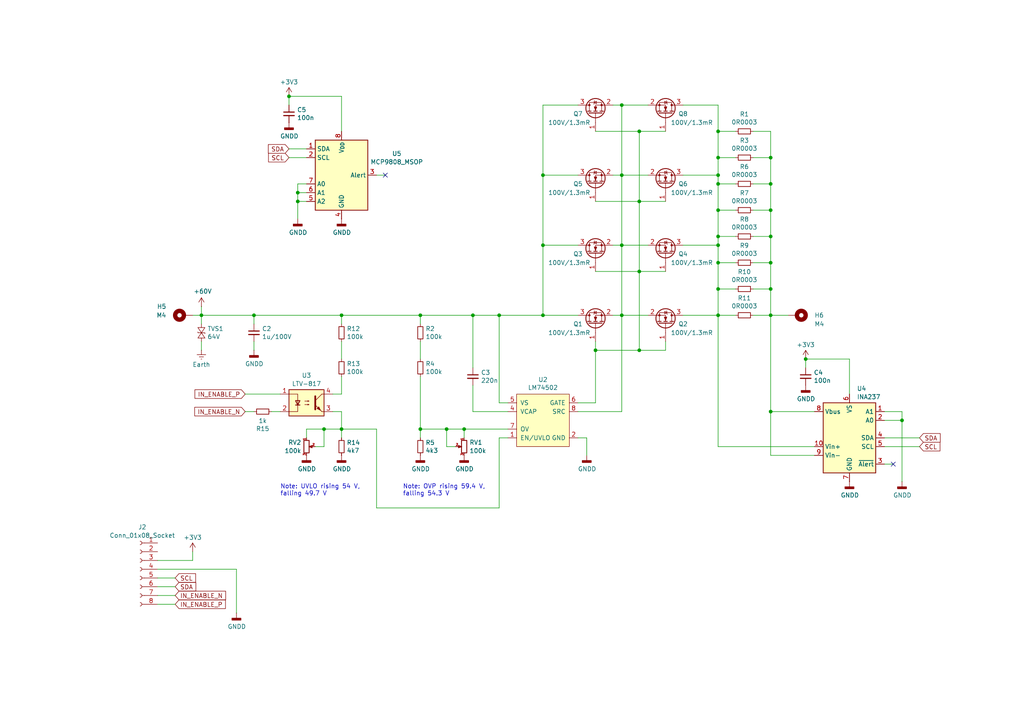
<source format=kicad_sch>
(kicad_sch (version 20250114) (generator "eeschema") (generator_version "9.0")
  (paper "A4")
  (title_block (title "3 kW DC heater controller") (date "2024-11-09") (rev "1.0.0") (company "(c) 2024, Marek Koza <qyx@krtko.org>"))
  (lib_symbols
    (symbol "Connector:Conn_01x08_Socket" (pin_names (offset 1.016) (hide yes))
      (property "Reference" "J" (at 0 10.16 0))
      (property "Value" "Conn_01x08_Socket" (at 0 -12.7 0))
      (symbol "Conn_01x08_Socket_1_1"
        (polyline (pts (xy -1.27 7.62) (xy -0.508 7.62)) (stroke (width 0.1524)))
        (polyline (pts (xy -1.27 5.08) (xy -0.508 5.08)) (stroke (width 0.1524)))
        (polyline (pts (xy -1.27 2.54) (xy -0.508 2.54)) (stroke (width 0.1524)))
        (polyline (pts (xy -1.27 0) (xy -0.508 0)) (stroke (width 0.1524)))
        (polyline (pts (xy -1.27 -2.54) (xy -0.508 -2.54)) (stroke (width 0.1524)))
        (polyline (pts (xy -1.27 -5.08) (xy -0.508 -5.08)) (stroke (width 0.1524)))
        (polyline (pts (xy -1.27 -7.62) (xy -0.508 -7.62)) (stroke (width 0.1524)))
        (polyline (pts (xy -1.27 -10.16) (xy -0.508 -10.16)) (stroke (width 0.1524)))
        (arc (start 0 7.112) (mid -0.5058 7.62) (end 0 8.128) (stroke (width 0.1524)))
        (arc (start 0 4.572) (mid -0.5058 5.08) (end 0 5.588) (stroke (width 0.1524)))
        (arc (start 0 2.032) (mid -0.5058 2.54) (end 0 3.048) (stroke (width 0.1524)))
        (arc (start 0 -0.508) (mid -0.5058 0) (end 0 0.508) (stroke (width 0.1524)))
        (arc (start 0 -3.048) (mid -0.5058 -2.54) (end 0 -2.032) (stroke (width 0.1524)))
        (arc (start 0 -5.588) (mid -0.5058 -5.08) (end 0 -4.572) (stroke (width 0.1524)))
        (arc (start 0 -8.128) (mid -0.5058 -7.62) (end 0 -7.112) (stroke (width 0.1524)))
        (arc (start 0 -10.668) (mid -0.5058 -10.16) (end 0 -9.652) (stroke (width 0.1524)))
        (pin passive line (at -5.08 7.62 0) (length 3.81) (name "Pin_1") (number "1"))
        (pin passive line (at -5.08 5.08 0) (length 3.81) (name "Pin_2") (number "2"))
        (pin passive line (at -5.08 2.54 0) (length 3.81) (name "Pin_3") (number "3"))
        (pin passive line (at -5.08 0 0) (length 3.81) (name "Pin_4") (number "4"))
        (pin passive line (at -5.08 -2.54 0) (length 3.81) (name "Pin_5") (number "5"))
        (pin passive line (at -5.08 -5.08 0) (length 3.81) (name "Pin_6") (number "6"))
        (pin passive line (at -5.08 -7.62 0) (length 3.81) (name "Pin_7") (number "7"))
        (pin passive line (at -5.08 -10.16 0) (length 3.81) (name "Pin_8") (number "8"))
      )
    )
    (symbol "Device:C_Small" (pin_numbers (hide yes)) (pin_names (offset 0.254) (hide yes))
      (property "Reference" "C" (at 0.254 1.778 0))
      (property "Value" "C_Small" (at 0.254 -2.032 0))
      (symbol "C_Small_0_1"
        (polyline (pts (xy -1.524 0.508) (xy 1.524 0.508)) (stroke (width 0.3048)))
        (polyline (pts (xy -1.524 -0.508) (xy 1.524 -0.508)) (stroke (width 0.3302)))
      )
      (symbol "C_Small_1_1"
        (pin passive line (at 0 2.54 270) (length 2.032) (name "~") (number "1"))
        (pin passive line (at 0 -2.54 90) (length 2.032) (name "~") (number "2"))
      )
    )
    (symbol "Device:R_Potentiometer_Small" (pin_names (offset 1.016) (hide yes))
      (property "Reference" "RV" (at -4.445 0 90))
      (property "Value" "R_Potentiometer_Small" (at -2.54 0 90))
      (symbol "R_Potentiometer_Small_0_1"
        (rectangle (start 0.762 1.8034) (end -0.762 -1.8034) (stroke (width 0.254)))
        (polyline (pts (xy 0.889 0) (xy 0.635 0) (xy 1.651 0.381) (xy 1.651 -0.381) (xy 0.635 0) (xy 0.889 0)) (fill (type outline)))
      )
      (symbol "R_Potentiometer_Small_1_1"
        (pin passive line (at 0 2.54 270) (length 0.635) (name "1") (number "1"))
        (pin passive line (at 0 -2.54 90) (length 0.635) (name "3") (number "3"))
        (pin passive line (at 2.54 0 180) (length 0.9906) (name "2") (number "2"))
      )
    )
    (symbol "Device:R_Small" (pin_numbers (hide yes)) (pin_names (offset 0.254) (hide yes))
      (property "Reference" "R" (at 0 0 90))
      (property "Value" "R_Small" (at 1.778 0 90))
      (symbol "R_Small_0_1"
        (rectangle (start -0.762 1.778) (end 0.762 -1.778) (stroke (width 0.2032)))
      )
      (symbol "R_Small_1_1"
        (pin passive line (at 0 2.54 270) (length 0.762) (name "~") (number "1"))
        (pin passive line (at 0 -2.54 90) (length 0.762) (name "~") (number "2"))
      )
    )
    (symbol "Isolator:LTV-817" (pin_names (offset 1.016))
      (property "Reference" "U" (at -5.08 5.08 0))
      (property "Value" "LTV-817" (at 0 5.08 0))
      (symbol "LTV-817_0_1"
        (rectangle (start -5.08 3.81) (end 5.08 -3.81) (stroke (width 0.254)) (fill (type background)))
        (polyline (pts (xy -5.08 2.54) (xy -2.54 2.54) (xy -2.54 -0.762)))
        (polyline (pts (xy -3.175 -0.635) (xy -1.905 -0.635)) (stroke (width 0.254)))
        (polyline (pts (xy -2.54 -0.635) (xy -2.54 -2.54) (xy -5.08 -2.54)))
        (polyline (pts (xy -2.54 -0.635) (xy -3.175 0.635) (xy -1.905 0.635) (xy -2.54 -0.635)) (stroke (width 0.254)))
        (polyline (pts (xy -0.508 0.508) (xy 0.762 0.508) (xy 0.381 0.381) (xy 0.381 0.635) (xy 0.762 0.508)))
        (polyline (pts (xy -0.508 -0.508) (xy 0.762 -0.508) (xy 0.381 -0.635) (xy 0.381 -0.381) (xy 0.762 -0.508)))
        (polyline (pts (xy 2.54 1.905) (xy 2.54 -1.905) (xy 2.54 -1.905)) (stroke (width 0.508)))
        (polyline (pts (xy 2.54 0.635) (xy 4.445 2.54)))
        (polyline (pts (xy 3.048 -1.651) (xy 3.556 -1.143) (xy 4.064 -2.159) (xy 3.048 -1.651) (xy 3.048 -1.651)) (fill (type outline)))
        (polyline (pts (xy 4.445 2.54) (xy 5.08 2.54)))
        (polyline (pts (xy 4.445 -2.54) (xy 2.54 -0.635)) (fill (type outline)))
        (polyline (pts (xy 4.445 -2.54) (xy 5.08 -2.54)))
      )
      (symbol "LTV-817_1_1"
        (pin passive line (at -7.62 2.54 0) (length 2.54) (name "~") (number "1"))
        (pin passive line (at -7.62 -2.54 0) (length 2.54) (name "~") (number "2"))
        (pin passive line (at 7.62 2.54 180) (length 2.54) (name "~") (number "4"))
        (pin passive line (at 7.62 -2.54 180) (length 2.54) (name "~") (number "3"))
      )
    )
    (symbol "Mechanical:MountingHole_Pad" (pin_numbers (hide yes)) (pin_names (offset 1.016) (hide yes)) (exclude_from_sim yes) (in_bom no)
      (property "Reference" "H" (at 0 6.35 0))
      (property "Value" "MountingHole_Pad" (at 0 4.445 0))
      (symbol "MountingHole_Pad_0_1"
        (circle (center 0 1.27) (radius 1.27) (stroke (width 1.27)))
      )
      (symbol "MountingHole_Pad_1_1"
        (pin input line (at 0 -2.54 90) (length 2.54) (name "1") (number "1"))
      )
    )
    (symbol "Sensor_Energy:INA237"
      (property "Reference" "U" (at -6.35 11.43 0))
      (property "Value" "INA237" (at 3.81 11.43 0))
      (symbol "INA237_0_1"
        (rectangle (start 7.62 10.16) (end -7.62 -10.16) (stroke (width 0.254)) (fill (type background)))
      )
      (symbol "INA237_1_1"
        (pin input line (at -10.16 7.62 0) (length 2.54) (name "Vbus") (number "8"))
        (pin input line (at -10.16 -2.54 0) (length 2.54) (name "Vin+") (number "10"))
        (pin input line (at -10.16 -5.08 0) (length 2.54) (name "Vin-") (number "9"))
        (pin power_in line (at 0 12.7 270) (length 2.54) (name "VS") (number "6"))
        (pin power_in line (at 0 -12.7 90) (length 2.54) (name "GND") (number "7"))
        (pin input line (at 10.16 7.62 180) (length 2.54) (name "A1") (number "1"))
        (pin input line (at 10.16 5.08 180) (length 2.54) (name "A0") (number "2"))
        (pin bidirectional line (at 10.16 0 180) (length 2.54) (name "SDA") (number "4"))
        (pin input line (at 10.16 -2.54 180) (length 2.54) (name "SCL") (number "5"))
        (pin open_collector line (at 10.16 -7.62 180) (length 2.54) (name "~{Alert}") (number "3"))
      )
    )
    (symbol "Sensor_Temperature:MCP9808_MSOP"
      (property "Reference" "U" (at -6.35 11.43 0))
      (property "Value" "MCP9808_MSOP" (at 10.16 11.43 0))
      (symbol "MCP9808_MSOP_0_1"
        (rectangle (start -7.62 10.16) (end 7.62 -10.16) (stroke (width 0.254)) (fill (type background)))
      )
      (symbol "MCP9808_MSOP_1_1"
        (pin bidirectional line (at -10.16 7.62 0) (length 2.54) (name "SDA") (number "1"))
        (pin input line (at -10.16 5.08 0) (length 2.54) (name "SCL") (number "2"))
        (pin input line (at -10.16 -2.54 0) (length 2.54) (name "A0") (number "7"))
        (pin input line (at -10.16 -5.08 0) (length 2.54) (name "A1") (number "6"))
        (pin input line (at -10.16 -7.62 0) (length 2.54) (name "A2") (number "5"))
        (pin power_in line (at 0 12.7 270) (length 2.54) (name "V_{DD}") (number "8"))
        (pin power_in line (at 0 -12.7 90) (length 2.54) (name "GND") (number "4"))
        (pin output line (at 10.16 0 180) (length 2.54) (name "Alert") (number "3"))
      )
    )
    (symbol "Transistor_FET:IPT015N10N5" (pin_names (hide yes))
      (property "Reference" "Q" (at 5.08 1.905 0))
      (property "Value" "IPT015N10N5" (at 5.08 0 0))
      (symbol "IPT015N10N5_0_1"
        (polyline (pts (xy 0.254 1.905) (xy 0.254 -1.905)) (stroke (width 0.254)))
        (polyline (pts (xy 0.254 0) (xy -2.54 0)))
        (polyline (pts (xy 0.762 2.286) (xy 0.762 1.27)) (stroke (width 0.254)))
        (polyline (pts (xy 0.762 0.508) (xy 0.762 -0.508)) (stroke (width 0.254)))
        (polyline (pts (xy 0.762 -1.27) (xy 0.762 -2.286)) (stroke (width 0.254)))
        (polyline (pts (xy 0.762 -1.778) (xy 3.302 -1.778) (xy 3.302 1.778) (xy 0.762 1.778)))
        (polyline (pts (xy 1.016 0) (xy 2.032 0.381) (xy 2.032 -0.381) (xy 1.016 0)) (fill (type outline)))
        (circle (center 1.651 0) (radius 2.794) (stroke (width 0.254)))
        (polyline (pts (xy 2.54 2.54) (xy 2.54 1.778)))
        (circle (center 2.54 1.778) (radius 0.254) (fill (type outline)))
        (circle (center 2.54 -1.778) (radius 0.254) (fill (type outline)))
        (polyline (pts (xy 2.54 -2.54) (xy 2.54 0) (xy 0.762 0)))
        (polyline (pts (xy 2.794 0.508) (xy 2.921 0.381) (xy 3.683 0.381) (xy 3.81 0.254)))
        (polyline (pts (xy 3.302 0.381) (xy 2.921 -0.254) (xy 3.683 -0.254) (xy 3.302 0.381)))
      )
      (symbol "IPT015N10N5_1_1"
        (pin input line (at -5.08 0 0) (length 2.54) (name "G") (number "1"))
        (pin passive line (at 2.54 5.08 270) (length 2.54) (name "D") (number "3"))
        (pin passive line (at 2.54 -5.08 90) (length 2.54) (name "S") (number "2"))
      )
    )
    (symbol "drivers:LM74502" (pin_names (offset 1.016))
      (property "Reference" "U" (at 0 10.16 0))
      (property "Value" "drivers_LM74502" (at 0 -10.16 0))
      (symbol "LM74502_0_1"
        (rectangle (start -7.62 7.62) (end 7.62 -7.62) (fill (type background)))
      )
      (symbol "LM74502_1_1"
        (pin input line (at -10.16 5.08 0) (length 2.54) (name "VS") (number "5"))
        (pin input line (at -10.16 2.54 0) (length 2.54) (name "VCAP") (number "4"))
        (pin input line (at -10.16 -2.54 0) (length 2.54) (name "OV") (number "7"))
        (pin input line (at -10.16 -5.08 0) (length 2.54) (name "EN/UVLO") (number "1"))
        (pin input line (at 10.16 5.08 180) (length 2.54) (name "GATE") (number "6"))
        (pin input line (at 10.16 2.54 180) (length 2.54) (name "SRC") (number "8"))
        (pin input line (at 10.16 -5.08 180) (length 2.54) (name "GND") (number "2"))
      )
    )
    (symbol "passives:d_tvs_bidi" (pin_numbers (hide yes)) (pin_names (offset 1.016) (hide yes))
      (property "Reference" "TVS" (at 0 2.54 0))
      (property "Value" "d_tvs_bidi" (at 0 -2.54 0))
      (symbol "d_tvs_bidi_0_1"
        (polyline (pts (xy 0.254 1.016) (xy 0 1.016) (xy 0 -1.016) (xy -0.254 -1.016)))
      )
      (symbol "d_tvs_bidi_1_1"
        (polyline (pts (xy -1.524 -1.016) (xy 0 0) (xy -1.524 1.016) (xy -1.524 -1.016)))
        (polyline (pts (xy 1.524 1.016) (xy 0 0) (xy 1.524 -1.016) (xy 1.524 1.016)))
        (pin passive line (at -2.54 0 0) (length 1.016) (name "K") (number "1"))
        (pin passive line (at 2.54 0 180) (length 1.016) (name "A") (number "2"))
      )
    )
    (symbol "power:+24V" (power) (pin_numbers (hide yes)) (pin_names (offset 0) (hide yes))
      (property "Value" "+24V" (at 0 3.556 0))
      (symbol "+24V_0_1"
        (polyline (pts (xy -0.762 1.27) (xy 0 2.54)))
        (polyline (pts (xy 0 2.54) (xy 0.762 1.27)))
        (polyline (pts (xy 0 0) (xy 0 2.54)))
      )
      (symbol "+24V_1_1"
        (pin power_in line (at 0 0 90) (length 0) (name "~") (number "1"))
      )
    )
    (symbol "power:+3V3" (power) (pin_numbers (hide yes)) (pin_names (offset 0) (hide yes))
      (property "Value" "+3V3" (at 0 3.556 0))
      (symbol "+3V3_0_1"
        (polyline (pts (xy -0.762 1.27) (xy 0 2.54)))
        (polyline (pts (xy 0 2.54) (xy 0.762 1.27)))
        (polyline (pts (xy 0 0) (xy 0 2.54)))
      )
      (symbol "+3V3_1_1"
        (pin power_in line (at 0 0 90) (length 0) (name "~") (number "1"))
      )
    )
    (symbol "power:Earth" (power) (pin_numbers (hide yes)) (pin_names (offset 0) (hide yes))
      (property "Value" "Earth" (at 0 -3.81 0))
      (symbol "Earth_0_1"
        (polyline (pts (xy -0.635 -1.905) (xy 0.635 -1.905)))
        (polyline (pts (xy -0.127 -2.54) (xy 0.127 -2.54)))
        (polyline (pts (xy 0 -1.27) (xy 0 0)))
        (polyline (pts (xy 1.27 -1.27) (xy -1.27 -1.27)))
      )
      (symbol "Earth_1_1"
        (pin power_in line (at 0 0 270) (length 0) (name "~") (number "1"))
      )
    )
    (symbol "power:GNDD" (power) (pin_numbers (hide yes)) (pin_names (offset 0) (hide yes))
      (property "Value" "GNDD" (at 0 -3.175 0))
      (symbol "GNDD_0_1"
        (rectangle (start -1.27 -1.524) (end 1.27 -2.032) (stroke (width 0.254)) (fill (type outline)))
        (polyline (pts (xy 0 0) (xy 0 -1.524)))
      )
      (symbol "GNDD_1_1"
        (pin power_in line (at 0 0 270) (length 0) (name "~") (number "1"))
      )
    )
  )
  (text "Note: OVP rising 59.4 V,\nfalling 54.3 V" (at 116.84 142.24 0) (effects (font (size 1.27 1.27)) (justify left)))
  (text "Note: UVLO rising 54 V,\nfalling 49.7 V" (at 81.28 142.24 0) (effects (font (size 1.27 1.27)) (justify left)))
  (junction (at 58.42 91.44))
  (junction (at 208.28 68.58))
  (junction (at 180.34 71.12))
  (junction (at 180.34 50.8))
  (junction (at 121.92 91.44))
  (junction (at 185.42 38.1))
  (junction (at 180.34 91.44))
  (junction (at 223.52 119.38))
  (junction (at 172.72 101.6))
  (junction (at 99.06 124.46))
  (junction (at 86.36 55.88))
  (junction (at 261.62 121.92))
  (junction (at 233.68 104.14))
  (junction (at 129.54 124.46))
  (junction (at 208.28 60.96))
  (junction (at 121.92 124.46))
  (junction (at 223.52 68.58))
  (junction (at 157.48 71.12))
  (junction (at 180.34 30.48))
  (junction (at 208.28 50.8))
  (junction (at 185.42 78.74))
  (junction (at 208.28 91.44))
  (junction (at 83.82 27.94))
  (junction (at 157.48 91.44))
  (junction (at 208.28 45.72))
  (junction (at 208.28 83.82))
  (junction (at 93.98 124.46))
  (junction (at 185.42 101.6))
  (junction (at 134.62 124.46))
  (junction (at 208.28 71.12))
  (junction (at 223.52 83.82))
  (junction (at 208.28 53.34))
  (junction (at 86.36 58.42))
  (junction (at 99.06 91.44))
  (junction (at 157.48 50.8))
  (junction (at 223.52 60.96))
  (junction (at 208.28 38.1))
  (junction (at 223.52 76.2))
  (junction (at 223.52 45.72))
  (junction (at 73.66 91.44))
  (junction (at 137.16 91.44))
  (junction (at 208.28 76.2))
  (junction (at 223.52 53.34))
  (junction (at 223.52 91.44))
  (junction (at 185.42 58.42))
  (junction (at 144.78 91.44))
  (no_connect (at 111.76 50.8))
  (no_connect (at 259.08 134.62))
  (wire (pts (xy 223.52 68.58) (xy 223.52 76.2)))
  (wire (pts (xy 83.82 27.94) (xy 99.06 27.94)))
  (wire (pts (xy 223.52 76.2) (xy 223.52 83.82)))
  (wire (pts (xy 185.42 78.74) (xy 185.42 101.6)))
  (wire (pts (xy 93.98 124.46) (xy 99.06 124.46)))
  (wire (pts (xy 223.52 91.44) (xy 228.6 91.44)))
  (wire (pts (xy 99.06 91.44) (xy 121.92 91.44)))
  (wire (pts (xy 208.28 68.58) (xy 208.28 71.12)))
  (wire (pts (xy 223.52 45.72) (xy 223.52 53.34)))
  (wire (pts (xy 187.96 91.44) (xy 180.34 91.44)))
  (wire (pts (xy 208.28 38.1) (xy 213.36 38.1)))
  (wire (pts (xy 172.72 58.42) (xy 185.42 58.42)))
  (wire (pts (xy 167.64 30.48) (xy 157.48 30.48)))
  (wire (pts (xy 86.36 53.34) (xy 86.36 55.88)))
  (wire (pts (xy 218.44 76.2) (xy 223.52 76.2)))
  (wire (pts (xy 144.78 91.44) (xy 157.48 91.44)))
  (wire (pts (xy 180.34 50.8) (xy 180.34 71.12)))
  (wire (pts (xy 157.48 91.44) (xy 167.64 91.44)))
  (wire (pts (xy 167.64 116.84) (xy 172.72 116.84)))
  (wire (pts (xy 137.16 119.38) (xy 137.16 111.76)))
  (wire (pts (xy 172.72 116.84) (xy 172.72 101.6)))
  (wire (pts (xy 208.28 60.96) (xy 208.28 68.58)))
  (wire (pts (xy 96.52 119.38) (xy 99.06 119.38)))
  (wire (pts (xy 256.54 119.38) (xy 261.62 119.38)))
  (wire (pts (xy 218.44 53.34) (xy 223.52 53.34)))
  (wire (pts (xy 208.28 30.48) (xy 208.28 38.1)))
  (wire (pts (xy 99.06 119.38) (xy 99.06 124.46)))
  (wire (pts (xy 177.8 30.48) (xy 180.34 30.48)))
  (wire (pts (xy 167.64 119.38) (xy 180.34 119.38)))
  (wire (pts (xy 208.28 68.58) (xy 213.36 68.58)))
  (wire (pts (xy 99.06 124.46) (xy 109.22 124.46)))
  (wire (pts (xy 223.52 60.96) (xy 223.52 68.58)))
  (wire (pts (xy 99.06 27.94) (xy 99.06 38.1)))
  (wire (pts (xy 58.42 88.9) (xy 58.42 91.44)))
  (wire (pts (xy 144.78 91.44) (xy 144.78 116.84)))
  (wire (pts (xy 208.28 83.82) (xy 213.36 83.82)))
  (wire (pts (xy 177.8 50.8) (xy 180.34 50.8)))
  (wire (pts (xy 256.54 134.62) (xy 259.08 134.62)))
  (wire (pts (xy 88.9 124.46) (xy 93.98 124.46)))
  (wire (pts (xy 167.64 50.8) (xy 157.48 50.8)))
  (wire (pts (xy 198.12 50.8) (xy 208.28 50.8)))
  (wire (pts (xy 246.38 104.14) (xy 246.38 114.3)))
  (wire (pts (xy 218.44 60.96) (xy 223.52 60.96)))
  (wire (pts (xy 91.44 129.54) (xy 93.98 129.54)))
  (wire (pts (xy 58.42 91.44) (xy 73.66 91.44)))
  (wire (pts (xy 208.28 50.8) (xy 208.28 53.34)))
  (wire (pts (xy 137.16 91.44) (xy 137.16 106.68)))
  (wire (pts (xy 134.62 124.46) (xy 129.54 124.46)))
  (wire (pts (xy 256.54 127) (xy 266.7 127)))
  (wire (pts (xy 185.42 101.6) (xy 193.04 101.6)))
  (wire (pts (xy 223.52 38.1) (xy 223.52 45.72)))
  (wire (pts (xy 172.72 78.74) (xy 185.42 78.74)))
  (wire (pts (xy 157.48 50.8) (xy 157.48 71.12)))
  (wire (pts (xy 99.06 91.44) (xy 99.06 93.98)))
  (wire (pts (xy 83.82 45.72) (xy 88.9 45.72)))
  (wire (pts (xy 218.44 38.1) (xy 223.52 38.1)))
  (wire (pts (xy 185.42 38.1) (xy 185.42 58.42)))
  (wire (pts (xy 147.32 116.84) (xy 144.78 116.84)))
  (wire (pts (xy 236.22 132.08) (xy 223.52 132.08)))
  (wire (pts (xy 208.28 91.44) (xy 208.28 129.54)))
  (wire (pts (xy 144.78 147.32) (xy 144.78 127)))
  (wire (pts (xy 93.98 129.54) (xy 93.98 124.46)))
  (wire (pts (xy 83.82 27.94) (xy 83.82 30.48)))
  (wire (pts (xy 236.22 129.54) (xy 208.28 129.54)))
  (wire (pts (xy 208.28 76.2) (xy 213.36 76.2)))
  (wire (pts (xy 88.9 55.88) (xy 86.36 55.88)))
  (wire (pts (xy 208.28 76.2) (xy 208.28 83.82)))
  (wire (pts (xy 208.28 45.72) (xy 213.36 45.72)))
  (wire (pts (xy 121.92 104.14) (xy 121.92 99.06)))
  (wire (pts (xy 121.92 91.44) (xy 137.16 91.44)))
  (wire (pts (xy 137.16 91.44) (xy 144.78 91.44)))
  (wire (pts (xy 129.54 124.46) (xy 121.92 124.46)))
  (wire (pts (xy 109.22 147.32) (xy 144.78 147.32)))
  (wire (pts (xy 208.28 53.34) (xy 208.28 60.96)))
  (wire (pts (xy 99.06 114.3) (xy 99.06 109.22)))
  (wire (pts (xy 233.68 104.14) (xy 233.68 106.68)))
  (wire (pts (xy 109.22 50.8) (xy 111.76 50.8)))
  (wire (pts (xy 198.12 71.12) (xy 208.28 71.12)))
  (wire (pts (xy 147.32 124.46) (xy 134.62 124.46)))
  (wire (pts (xy 180.34 91.44) (xy 177.8 91.44)))
  (wire (pts (xy 45.72 162.56) (xy 55.88 162.56)))
  (wire (pts (xy 58.42 101.6) (xy 58.42 99.06)))
  (wire (pts (xy 99.06 104.14) (xy 99.06 99.06)))
  (wire (pts (xy 180.34 30.48) (xy 180.34 50.8)))
  (wire (pts (xy 121.92 124.46) (xy 121.92 127)))
  (wire (pts (xy 96.52 114.3) (xy 99.06 114.3)))
  (wire (pts (xy 180.34 71.12) (xy 187.96 71.12)))
  (wire (pts (xy 236.22 119.38) (xy 223.52 119.38)))
  (wire (pts (xy 45.72 172.72) (xy 50.8 172.72)))
  (wire (pts (xy 157.48 30.48) (xy 157.48 50.8)))
  (wire (pts (xy 256.54 121.92) (xy 261.62 121.92)))
  (wire (pts (xy 185.42 38.1) (xy 193.04 38.1)))
  (wire (pts (xy 185.42 78.74) (xy 193.04 78.74)))
  (wire (pts (xy 261.62 121.92) (xy 261.62 139.7)))
  (wire (pts (xy 223.52 119.38) (xy 223.52 132.08)))
  (wire (pts (xy 83.82 43.18) (xy 88.9 43.18)))
  (wire (pts (xy 177.8 71.12) (xy 180.34 71.12)))
  (wire (pts (xy 88.9 53.34) (xy 86.36 53.34)))
  (wire (pts (xy 73.66 93.98) (xy 73.66 91.44)))
  (wire (pts (xy 180.34 30.48) (xy 187.96 30.48)))
  (wire (pts (xy 58.42 93.98) (xy 58.42 91.44)))
  (wire (pts (xy 233.68 104.14) (xy 246.38 104.14)))
  (wire (pts (xy 68.58 165.1) (xy 68.58 177.8)))
  (wire (pts (xy 223.52 83.82) (xy 223.52 91.44)))
  (wire (pts (xy 208.28 71.12) (xy 208.28 76.2)))
  (wire (pts (xy 167.64 127) (xy 170.18 127)))
  (wire (pts (xy 55.88 91.44) (xy 58.42 91.44)))
  (wire (pts (xy 134.62 124.46) (xy 134.62 127)))
  (wire (pts (xy 144.78 127) (xy 147.32 127)))
  (wire (pts (xy 45.72 175.26) (xy 50.8 175.26)))
  (wire (pts (xy 86.36 55.88) (xy 86.36 58.42)))
  (wire (pts (xy 261.62 119.38) (xy 261.62 121.92)))
  (wire (pts (xy 167.64 71.12) (xy 157.48 71.12)))
  (wire (pts (xy 185.42 58.42) (xy 185.42 78.74)))
  (wire (pts (xy 218.44 68.58) (xy 223.52 68.58)))
  (wire (pts (xy 218.44 83.82) (xy 223.52 83.82)))
  (wire (pts (xy 218.44 91.44) (xy 223.52 91.44)))
  (wire (pts (xy 208.28 83.82) (xy 208.28 91.44)))
  (wire (pts (xy 147.32 119.38) (xy 137.16 119.38)))
  (wire (pts (xy 208.28 38.1) (xy 208.28 45.72)))
  (wire (pts (xy 208.28 45.72) (xy 208.28 50.8)))
  (wire (pts (xy 172.72 38.1) (xy 185.42 38.1)))
  (wire (pts (xy 99.06 124.46) (xy 99.06 127)))
  (wire (pts (xy 208.28 60.96) (xy 213.36 60.96)))
  (wire (pts (xy 71.12 119.38) (xy 73.66 119.38)))
  (wire (pts (xy 157.48 71.12) (xy 157.48 91.44)))
  (wire (pts (xy 121.92 93.98) (xy 121.92 91.44)))
  (wire (pts (xy 223.52 119.38) (xy 223.52 91.44)))
  (wire (pts (xy 45.72 167.64) (xy 50.8 167.64)))
  (wire (pts (xy 129.54 129.54) (xy 129.54 124.46)))
  (wire (pts (xy 180.34 71.12) (xy 180.34 91.44)))
  (wire (pts (xy 256.54 129.54) (xy 266.7 129.54)))
  (wire (pts (xy 170.18 127) (xy 170.18 132.08)))
  (wire (pts (xy 180.34 50.8) (xy 187.96 50.8)))
  (wire (pts (xy 172.72 99.06) (xy 172.72 101.6)))
  (wire (pts (xy 86.36 58.42) (xy 86.36 63.5)))
  (wire (pts (xy 198.12 30.48) (xy 208.28 30.48)))
  (wire (pts (xy 45.72 170.18) (xy 50.8 170.18)))
  (wire (pts (xy 88.9 127) (xy 88.9 124.46)))
  (wire (pts (xy 193.04 101.6) (xy 193.04 99.06)))
  (wire (pts (xy 78.74 119.38) (xy 81.28 119.38)))
  (wire (pts (xy 198.12 91.44) (xy 208.28 91.44)))
  (wire (pts (xy 132.08 129.54) (xy 129.54 129.54)))
  (wire (pts (xy 185.42 58.42) (xy 193.04 58.42)))
  (wire (pts (xy 121.92 124.46) (xy 121.92 109.22)))
  (wire (pts (xy 45.72 165.1) (xy 68.58 165.1)))
  (wire (pts (xy 172.72 101.6) (xy 185.42 101.6)))
  (wire (pts (xy 180.34 119.38) (xy 180.34 91.44)))
  (wire (pts (xy 223.52 53.34) (xy 223.52 60.96)))
  (wire (pts (xy 218.44 45.72) (xy 223.52 45.72)))
  (wire (pts (xy 73.66 99.06) (xy 73.66 101.6)))
  (wire (pts (xy 71.12 114.3) (xy 81.28 114.3)))
  (wire (pts (xy 109.22 124.46) (xy 109.22 147.32)))
  (wire (pts (xy 88.9 58.42) (xy 86.36 58.42)))
  (wire (pts (xy 208.28 53.34) (xy 213.36 53.34)))
  (wire (pts (xy 55.88 162.56) (xy 55.88 160.02)))
  (wire (pts (xy 208.28 91.44) (xy 213.36 91.44)))
  (wire (pts (xy 73.66 91.44) (xy 99.06 91.44)))
  (global_label "IN_ENABLE_N" (shape input) (at 50.8 172.72 0) (property "Intersheetrefs" "${INTERSHEET_REFS}" (effects (hide yes))))
  (global_label "SDA" (shape input) (at 50.8 170.18 0) (property "Intersheetrefs" "${INTERSHEET_REFS}" (effects (hide yes))))
  (global_label "IN_ENABLE_N" (shape input) (at 71.12 119.38 180) (property "Intersheetrefs" "${INTERSHEET_REFS}" (effects (hide yes))))
  (global_label "SDA" (shape input) (at 266.7 127 0) (property "Intersheetrefs" "${INTERSHEET_REFS}" (effects (hide yes))))
  (global_label "IN_ENABLE_P" (shape input) (at 71.12 114.3 180) (property "Intersheetrefs" "${INTERSHEET_REFS}" (effects (hide yes))))
  (global_label "SCL" (shape input) (at 83.82 45.72 180) (property "Intersheetrefs" "${INTERSHEET_REFS}" (effects (hide yes))))
  (global_label "SCL" (shape input) (at 50.8 167.64 0) (property "Intersheetrefs" "${INTERSHEET_REFS}" (effects (hide yes))))
  (global_label "SCL" (shape input) (at 266.7 129.54 0) (property "Intersheetrefs" "${INTERSHEET_REFS}" (effects (hide yes))))
  (global_label "IN_ENABLE_P" (shape input) (at 50.8 175.26 0) (property "Intersheetrefs" "${INTERSHEET_REFS}" (effects (hide yes))))
  (global_label "SDA" (shape input) (at 83.82 43.18 180) (property "Intersheetrefs" "${INTERSHEET_REFS}" (effects (hide yes))))
  (symbol (lib_id "drivers:LM74502") (at 157.48 121.92 0) (unit 1)
    (property "Reference" "U2" (at 157.48 110.109 0))
    (property "Value" "LM74502" (at 157.48 112.4204 0))
    (property "Footprint" "Package_TO_SOT_SMD:SOT-23-8" (effects (hide yes)))
  )
  (symbol (lib_id "power:GNDD") (at 73.66 101.6 0) (unit 1)
    (property "Reference" "#PWR0102" (effects (hide yes)))
    (property "Value" "GNDD" (at 73.7616 105.537 0))
  )
  (symbol (lib_id "power:GNDD") (at 170.18 132.08 0) (unit 1)
    (property "Reference" "#PWR0104" (effects (hide yes)))
    (property "Value" "GNDD" (at 170.2816 136.017 0))
  )
  (symbol (lib_id "Device:C_Small") (at 137.16 109.22 0) (unit 1)
    (property "Reference" "C3" (at 139.4968 108.0516 0) (effects (justify left)))
    (property "Value" "220n" (at 139.4968 110.363 0) (effects (justify left)))
    (property "Footprint" "Capacitor_SMD:C_0603_1608Metric" (effects (hide yes)))
  )
  (symbol (lib_id "Device:R_Small") (at 121.92 96.52 0) (unit 1)
    (property "Reference" "R2" (at 123.4186 95.3516 0) (effects (justify left)))
    (property "Value" "100k" (at 123.4186 97.663 0) (effects (justify left)))
    (property "Footprint" "Resistor_SMD:R_0603_1608Metric" (effects (hide yes)))
  )
  (symbol (lib_id "Device:R_Small") (at 121.92 106.68 0) (unit 1)
    (property "Reference" "R4" (at 123.4186 105.5116 0) (effects (justify left)))
    (property "Value" "100k" (at 123.4186 107.823 0) (effects (justify left)))
    (property "Footprint" "Resistor_SMD:R_0603_1608Metric" (effects (hide yes)))
  )
  (symbol (lib_id "Device:R_Small") (at 121.92 129.54 0) (unit 1)
    (property "Reference" "R5" (at 123.4186 128.3716 0) (effects (justify left)))
    (property "Value" "4k3" (at 123.4186 130.683 0) (effects (justify left)))
    (property "Footprint" "Resistor_SMD:R_0603_1608Metric" (effects (hide yes)))
  )
  (symbol (lib_id "power:GNDD") (at 121.92 132.08 0) (unit 1)
    (property "Reference" "#PWR0105" (effects (hide yes)))
    (property "Value" "GNDD" (at 122.0216 136.017 0))
  )
  (symbol (lib_id "Transistor_FET:IPT015N10N5") (at 172.72 93.98 90) (unit 1)
    (property "Reference" "Q1" (at 167.64 93.98 90))
    (property "Value" "100V/1.3mR" (at 165.1 96.52 90))
    (property "Footprint" "Package_TO_SOT_SMD:Infineon_PG-HSOF-8-1" (effects (hide yes)))
    (property "Datasheet" "http://www.infineon.com/dgdl/Infineon-IPT015N10N5-DS-v02_01-EN.pdf?fileId=5546d4624a75e5f1014ac94680661aff" (effects (hide yes)))
  )
  (symbol (lib_id "Transistor_FET:IPT015N10N5") (at 193.04 93.98 270) (mirror x) (unit 1)
    (property "Reference" "Q2" (at 198.12 93.98 90))
    (property "Value" "100V/1.3mR" (at 200.66 96.52 90))
    (property "Footprint" "Package_TO_SOT_SMD:Infineon_PG-HSOF-8-1" (effects (hide yes)))
    (property "Datasheet" "http://www.infineon.com/dgdl/Infineon-IPT015N10N5-DS-v02_01-EN.pdf?fileId=5546d4624a75e5f1014ac94680661aff" (effects (hide yes)))
  )
  (symbol (lib_id "passives:d_tvs_bidi") (at 58.42 96.52 270) (unit 1)
    (property "Reference" "TVS1" (at 60.1472 95.3516 90) (effects (justify left)))
    (property "Value" "64V" (at 60.1472 97.663 90) (effects (justify left)))
    (property "Footprint" "Diode_SMD:D_SMC" (effects (hide yes)))
  )
  (symbol (lib_id "power:+24V") (at 58.42 88.9 0) (unit 1)
    (property "Reference" "#PWR0158" (effects (hide yes)))
    (property "Value" "+60V" (at 58.801 84.5058 0))
  )
  (symbol (lib_id "Transistor_FET:IPT015N10N5") (at 172.72 73.66 90) (unit 1)
    (property "Reference" "Q3" (at 167.64 73.66 90))
    (property "Value" "100V/1.3mR" (at 165.1 76.2 90))
    (property "Footprint" "Package_TO_SOT_SMD:Infineon_PG-HSOF-8-1" (effects (hide yes)))
    (property "Datasheet" "http://www.infineon.com/dgdl/Infineon-IPT015N10N5-DS-v02_01-EN.pdf?fileId=5546d4624a75e5f1014ac94680661aff" (effects (hide yes)))
  )
  (symbol (lib_id "Transistor_FET:IPT015N10N5") (at 193.04 53.34 270) (mirror x) (unit 1)
    (property "Reference" "Q6" (at 198.12 53.34 90))
    (property "Value" "100V/1.3mR" (at 200.66 55.88 90))
    (property "Footprint" "Package_TO_SOT_SMD:Infineon_PG-HSOF-8-1" (effects (hide yes)))
    (property "Datasheet" "http://www.infineon.com/dgdl/Infineon-IPT015N10N5-DS-v02_01-EN.pdf?fileId=5546d4624a75e5f1014ac94680661aff" (effects (hide yes)))
  )
  (symbol (lib_id "Transistor_FET:IPT015N10N5") (at 172.72 33.02 90) (unit 1)
    (property "Reference" "Q7" (at 167.64 33.02 90))
    (property "Value" "100V/1.3mR" (at 165.1 35.56 90))
    (property "Footprint" "Package_TO_SOT_SMD:Infineon_PG-HSOF-8-1" (effects (hide yes)))
    (property "Datasheet" "http://www.infineon.com/dgdl/Infineon-IPT015N10N5-DS-v02_01-EN.pdf?fileId=5546d4624a75e5f1014ac94680661aff" (effects (hide yes)))
  )
  (symbol (lib_id "Device:R_Small") (at 99.06 129.54 0) (unit 1)
    (property "Reference" "R14" (at 100.5586 128.3716 0) (effects (justify left)))
    (property "Value" "4k7" (at 100.5586 130.683 0) (effects (justify left)))
    (property "Footprint" "Resistor_SMD:R_0603_1608Metric" (effects (hide yes)))
  )
  (symbol (lib_id "Transistor_FET:IPT015N10N5") (at 193.04 73.66 270) (mirror x) (unit 1)
    (property "Reference" "Q4" (at 198.12 73.66 90))
    (property "Value" "100V/1.3mR" (at 200.66 76.2 90))
    (property "Footprint" "Package_TO_SOT_SMD:Infineon_PG-HSOF-8-1" (effects (hide yes)))
    (property "Datasheet" "http://www.infineon.com/dgdl/Infineon-IPT015N10N5-DS-v02_01-EN.pdf?fileId=5546d4624a75e5f1014ac94680661aff" (effects (hide yes)))
  )
  (symbol (lib_id "power:Earth") (at 58.42 101.6 0) (unit 1)
    (property "Reference" "#PWR03" (effects (hide yes)))
    (property "Value" "Earth" (at 58.42 105.7331 0))
    (property "Description" "Power symbol creates a global label with name \"Earth\"" (effects (hide yes)))
  )
  (symbol (lib_id "Isolator:LTV-817") (at 88.9 116.84 0) (unit 1)
    (property "Reference" "U3" (at 88.9 108.8855 0))
    (property "Value" "LTV-817" (at 88.9 111.3098 0))
    (property "Footprint" "Package_DIP:DIP-4_W7.62mm" (effects (hide yes)))
    (property "Datasheet" "http://www.us.liteon.com/downloads/LTV-817-827-847.PDF" (effects (hide yes)))
    (property "Description" "DC Optocoupler, Vce 35V, CTR 50%, DIP-4" (effects (hide yes)))
  )
  (symbol (lib_id "power:+3V3") (at 55.88 160.02 0) (unit 1)
    (property "Reference" "#PWR019" (effects (hide yes)))
    (property "Value" "+3V3" (at 55.88 155.8869 0))
    (property "Description" "Power symbol creates a global label with name \"+3V3\"" (effects (hide yes)))
  )
  (symbol (lib_id "power:GNDD") (at 83.82 35.56 0) (unit 1)
    (property "Reference" "#PWR014" (effects (hide yes)))
    (property "Value" "GNDD" (at 83.9216 39.497 0))
  )
  (symbol (lib_id "power:GNDD") (at 233.68 111.76 0) (unit 1)
    (property "Reference" "#PWR07" (effects (hide yes)))
    (property "Value" "GNDD" (at 233.7816 115.697 0))
  )
  (symbol (lib_id "Device:R_Small") (at 215.9 76.2 270) (unit 1)
    (property "Reference" "R9" (at 215.9 71.2216 90))
    (property "Value" "0R0003" (at 215.9 73.533 90))
    (property "Footprint" "Resistor_SMD:R_2512_6332Metric_Pad1.40x3.35mm_HandSolder" (effects (hide yes)))
  )
  (symbol (lib_id "Transistor_FET:IPT015N10N5") (at 193.04 33.02 270) (mirror x) (unit 1)
    (property "Reference" "Q8" (at 198.12 33.02 90))
    (property "Value" "100V/1.3mR" (at 200.66 35.56 90))
    (property "Footprint" "Package_TO_SOT_SMD:Infineon_PG-HSOF-8-1" (effects (hide yes)))
    (property "Datasheet" "http://www.infineon.com/dgdl/Infineon-IPT015N10N5-DS-v02_01-EN.pdf?fileId=5546d4624a75e5f1014ac94680661aff" (effects (hide yes)))
  )
  (symbol (lib_id "Device:C_Small") (at 83.82 33.02 0) (unit 1)
    (property "Reference" "C5" (at 86.1568 31.8516 0) (effects (justify left)))
    (property "Value" "100n" (at 86.1568 34.163 0) (effects (justify left)))
    (property "Footprint" "Capacitor_SMD:C_0603_1608Metric" (effects (hide yes)))
  )
  (symbol (lib_id "Sensor_Temperature:MCP9808_MSOP") (at 99.06 50.8 0) (unit 1)
    (property "Reference" "U5" (at 115.0824 44.5534 0))
    (property "Value" "MCP9808_MSOP" (at 115.0824 46.9777 0))
    (property "Footprint" "Package_SO:MSOP-8_3x3mm_P0.65mm" (effects (hide yes)))
    (property "Datasheet" "http://ww1.microchip.com/downloads/en/DeviceDoc/22203b.pdf" (effects (hide yes)))
    (property "Description" "±0.25°C (±0.5°C) Typical (Maximum), Digital Temperature Sensor, MSOP-8" (effects (hide yes)))
  )
  (symbol (lib_id "Mechanical:MountingHole_Pad") (at 231.14 91.44 270) (unit 1)
    (property "Reference" "H6" (at 236.22 91.44 90) (effects (justify left)))
    (property "Value" "M4" (at 236.22 93.98 90) (effects (justify left)))
    (property "Footprint" "MountingHole:MountingHole_6.4mm_M6_Pad_Via" (effects (hide yes)))
  )
  (symbol (lib_id "power:GNDD") (at 86.36 63.5 0) (unit 1)
    (property "Reference" "#PWR015" (effects (hide yes)))
    (property "Value" "GNDD" (at 86.4616 67.437 0))
  )
  (symbol (lib_id "power:GNDD") (at 88.9 132.08 0) (unit 1)
    (property "Reference" "#PWR010" (effects (hide yes)))
    (property "Value" "GNDD" (at 89.0016 136.017 0))
  )
  (symbol (lib_id "Device:R_Small") (at 215.9 53.34 270) (unit 1)
    (property "Reference" "R6" (at 215.9 48.3616 90))
    (property "Value" "0R0003" (at 215.9 50.673 90))
    (property "Footprint" "Resistor_SMD:R_2512_6332Metric_Pad1.40x3.35mm_HandSolder" (effects (hide yes)))
  )
  (symbol (lib_id "power:GNDD") (at 99.06 63.5 0) (unit 1)
    (property "Reference" "#PWR016" (effects (hide yes)))
    (property "Value" "GNDD" (at 99.1616 67.437 0))
  )
  (symbol (lib_id "Mechanical:MountingHole_Pad") (at 53.34 91.44 90) (unit 1)
    (property "Reference" "H5" (at 48.26 88.9 90) (effects (justify left)))
    (property "Value" "M4" (at 48.26 91.44 90) (effects (justify left)))
    (property "Footprint" "MountingHole:MountingHole_6.4mm_M6_Pad_Via" (effects (hide yes)))
  )
  (symbol (lib_id "Device:R_Small") (at 215.9 60.96 270) (unit 1)
    (property "Reference" "R7" (at 215.9 55.9816 90))
    (property "Value" "0R0003" (at 215.9 58.293 90))
    (property "Footprint" "Resistor_SMD:R_2512_6332Metric_Pad1.40x3.35mm_HandSolder" (effects (hide yes)))
  )
  (symbol (lib_id "Device:R_Small") (at 215.9 83.82 270) (unit 1)
    (property "Reference" "R10" (at 215.9 78.8416 90))
    (property "Value" "0R0003" (at 215.9 81.153 90))
    (property "Footprint" "Resistor_SMD:R_2512_6332Metric_Pad1.40x3.35mm_HandSolder" (effects (hide yes)))
  )
  (symbol (lib_id "power:+3V3") (at 233.68 104.14 0) (unit 1)
    (property "Reference" "#PWR013" (effects (hide yes)))
    (property "Value" "+3V3" (at 233.68 100.0069 0))
    (property "Description" "Power symbol creates a global label with name \"+3V3\"" (effects (hide yes)))
  )
  (symbol (lib_id "Device:R_Small") (at 215.9 91.44 270) (unit 1)
    (property "Reference" "R11" (at 215.9 86.4616 90))
    (property "Value" "0R0003" (at 215.9 88.773 90))
    (property "Footprint" "Resistor_SMD:R_2512_6332Metric_Pad1.40x3.35mm_HandSolder" (effects (hide yes)))
  )
  (symbol (lib_id "Device:R_Potentiometer_Small") (at 88.9 129.54 0) (unit 1)
    (property "Reference" "RV2" (at 87.376 128.3278 0) (effects (justify right)))
    (property "Value" "100k" (at 87.376 130.7521 0) (effects (justify right)))
    (property "Description" "Potentiometer" (effects (hide yes)))
  )
  (symbol (lib_id "Device:C_Small") (at 233.68 109.22 0) (unit 1)
    (property "Reference" "C4" (at 236.0168 108.0516 0) (effects (justify left)))
    (property "Value" "100n" (at 236.0168 110.363 0) (effects (justify left)))
    (property "Footprint" "Capacitor_SMD:C_0603_1608Metric" (effects (hide yes)))
  )
  (symbol (lib_id "Device:R_Small") (at 99.06 96.52 0) (unit 1)
    (property "Reference" "R12" (at 100.5586 95.3516 0) (effects (justify left)))
    (property "Value" "100k" (at 100.5586 97.663 0) (effects (justify left)))
    (property "Footprint" "Resistor_SMD:R_0603_1608Metric" (effects (hide yes)))
  )
  (symbol (lib_id "Sensor_Energy:INA237") (at 246.38 127 0) (unit 1)
    (property "Reference" "U4" (at 248.5233 112.6955 0) (effects (justify left)))
    (property "Value" "INA237" (at 248.5233 115.1198 0) (effects (justify left)))
    (property "Footprint" "Package_SO:VSSOP-10_3x3mm_P0.5mm" (effects (hide yes)))
    (property "Datasheet" "https://www.ti.com/lit/ds/symlink/ina237.pdf" (effects (hide yes)))
    (property "Description" "High-Side or Low-Side Measurement, Bi-Directional Current and Power Monitor (0-85V) with I2C, SMBus-, and PMBus-Compatible Interface, VSSOP-10" (effects (hide yes)))
  )
  (symbol (lib_id "Transistor_FET:IPT015N10N5") (at 172.72 53.34 90) (unit 1)
    (property "Reference" "Q5" (at 167.64 53.34 90))
    (property "Value" "100V/1.3mR" (at 165.1 55.88 90))
    (property "Footprint" "Package_TO_SOT_SMD:Infineon_PG-HSOF-8-1" (effects (hide yes)))
    (property "Datasheet" "http://www.infineon.com/dgdl/Infineon-IPT015N10N5-DS-v02_01-EN.pdf?fileId=5546d4624a75e5f1014ac94680661aff" (effects (hide yes)))
  )
  (symbol (lib_id "power:GNDD") (at 261.62 139.7 0) (unit 1)
    (property "Reference" "#PWR05" (effects (hide yes)))
    (property "Value" "GNDD" (at 261.7216 143.637 0))
  )
  (symbol (lib_id "Device:R_Potentiometer_Small") (at 134.62 129.54 0) (mirror y) (unit 1)
    (property "Reference" "RV1" (at 136.144 128.3278 0) (effects (justify right)))
    (property "Value" "100k" (at 136.144 130.7521 0) (effects (justify right)))
    (property "Description" "Potentiometer" (effects (hide yes)))
  )
  (symbol (lib_id "power:GNDD") (at 68.58 177.8 0) (unit 1)
    (property "Reference" "#PWR018" (effects (hide yes)))
    (property "Value" "GNDD" (at 68.6816 181.737 0))
  )
  (symbol (lib_id "power:+3V3") (at 83.82 27.94 0) (unit 1)
    (property "Reference" "#PWR011" (effects (hide yes)))
    (property "Value" "+3V3" (at 83.82 23.8069 0))
    (property "Description" "Power symbol creates a global label with name \"+3V3\"" (effects (hide yes)))
  )
  (symbol (lib_id "Device:C_Small") (at 73.66 96.52 0) (unit 1)
    (property "Reference" "C2" (at 75.9968 95.3516 0) (effects (justify left)))
    (property "Value" "1u/100V" (at 75.9968 97.663 0) (effects (justify left)))
    (property "Footprint" "Capacitor_SMD:C_1210_3225Metric" (effects (hide yes)))
  )
  (symbol (lib_id "power:GNDD") (at 134.62 132.08 0) (unit 1)
    (property "Reference" "#PWR06" (effects (hide yes)))
    (property "Value" "GNDD" (at 134.7216 136.017 0))
  )
  (symbol (lib_id "Device:R_Small") (at 215.9 38.1 270) (unit 1)
    (property "Reference" "R1" (at 215.9 33.1216 90))
    (property "Value" "0R0003" (at 215.9 35.433 90))
    (property "Footprint" "Resistor_SMD:R_2512_6332Metric_Pad1.40x3.35mm_HandSolder" (effects (hide yes)))
  )
  (symbol (lib_id "Device:R_Small") (at 215.9 68.58 270) (unit 1)
    (property "Reference" "R8" (at 215.9 63.6016 90))
    (property "Value" "0R0003" (at 215.9 65.913 90))
    (property "Footprint" "Resistor_SMD:R_2512_6332Metric_Pad1.40x3.35mm_HandSolder" (effects (hide yes)))
  )
  (symbol (lib_id "Connector:Conn_01x08_Socket") (at 40.64 165.1 0) (mirror y) (unit 1)
    (property "Reference" "J2" (at 41.275 152.8783 0))
    (property "Value" "Conn_01x08_Socket" (at 41.275 155.3026 0))
    (property "Footprint" "Connector_PinHeader_2.54mm:PinHeader_1x08_P2.54mm_Vertical" (effects (hide yes)))
    (property "Description" "Generic connector, single row, 01x08, script generated" (effects (hide yes)))
  )
  (symbol (lib_id "Device:R_Small") (at 76.2 119.38 270) (mirror x) (unit 1)
    (property "Reference" "R15" (at 76.2 124.3584 90))
    (property "Value" "1k" (at 76.2 122.047 90))
    (property "Footprint" "Resistor_SMD:R_0603_1608Metric" (effects (hide yes)))
  )
  (symbol (lib_id "Device:R_Small") (at 99.06 106.68 0) (unit 1)
    (property "Reference" "R13" (at 100.5586 105.5116 0) (effects (justify left)))
    (property "Value" "100k" (at 100.5586 107.823 0) (effects (justify left)))
    (property "Footprint" "Resistor_SMD:R_0603_1608Metric" (effects (hide yes)))
  )
  (symbol (lib_id "power:GNDD") (at 246.38 139.7 0) (unit 1)
    (property "Reference" "#PWR012" (effects (hide yes)))
    (property "Value" "GNDD" (at 246.4816 143.637 0))
  )
  (symbol (lib_id "power:GNDD") (at 99.06 132.08 0) (unit 1)
    (property "Reference" "#PWR04" (effects (hide yes)))
    (property "Value" "GNDD" (at 99.1616 136.017 0))
  )
  (symbol (lib_id "Device:R_Small") (at 215.9 45.72 270) (unit 1)
    (property "Reference" "R3" (at 215.9 40.7416 90))
    (property "Value" "0R0003" (at 215.9 43.053 90))
    (property "Footprint" "Resistor_SMD:R_2512_6332Metric_Pad1.40x3.35mm_HandSolder" (effects (hide yes)))
  )
)
</source>
